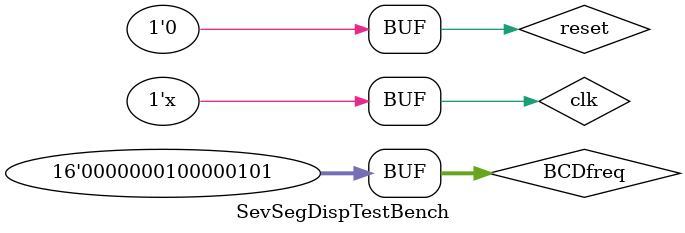
<source format=v>
`timescale 1ns / 1ps


module SevSegDispTestBench();

   reg clk, reset;
   reg [15:0] BCDfreq; // input frequnecy converted from a BCD
   wire a, b, c, d, e, f, g, dp; // individual segments 
   wire [3:0] enable; // 4 bit enable signal 
   
   SevenSegDisplay UUT(clk,reset,BCDfreq,a,b,c,d,e,f,g,dp,enable);
   
   
   initial begin
        
        clk = 0;
        reset = 0;
        BCDfreq = 0;
        #50;
        BCDfreq = 16'b0000000100000101;
        
   end 
   
   always begin
   #5 clk = ~clk;
   end


endmodule

</source>
